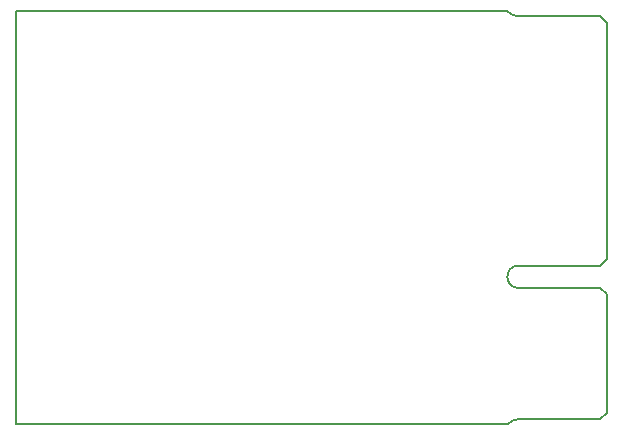
<source format=gko>
G04 Layer_Color=16711935*
%FSLAX24Y24*%
%MOIN*%
G70*
G01*
G75*
%ADD48C,0.0079*%
D48*
X16772Y177D02*
G03*
X16402Y24I0J-523D01*
G01*
X16402Y13755D02*
G03*
X16772Y13602I370J370D01*
G01*
X16752Y5295D02*
G03*
X16752Y4547I0J-374D01*
G01*
X16772Y177D02*
X19468D01*
X19685Y394D01*
Y4331D01*
X19469Y4547D02*
X19685Y4331D01*
X16752Y4547D02*
X19469D01*
X16752Y5295D02*
X19469D01*
X19685Y5512D01*
Y13386D01*
X16772Y13602D02*
X19468D01*
X19685Y13386D01*
X16378Y-0D02*
X16402Y24D01*
X-0Y-0D02*
X16378D01*
Y13780D02*
X16402Y13755D01*
X-0Y13780D02*
X16378D01*
X0Y0D02*
Y13780D01*
M02*

</source>
